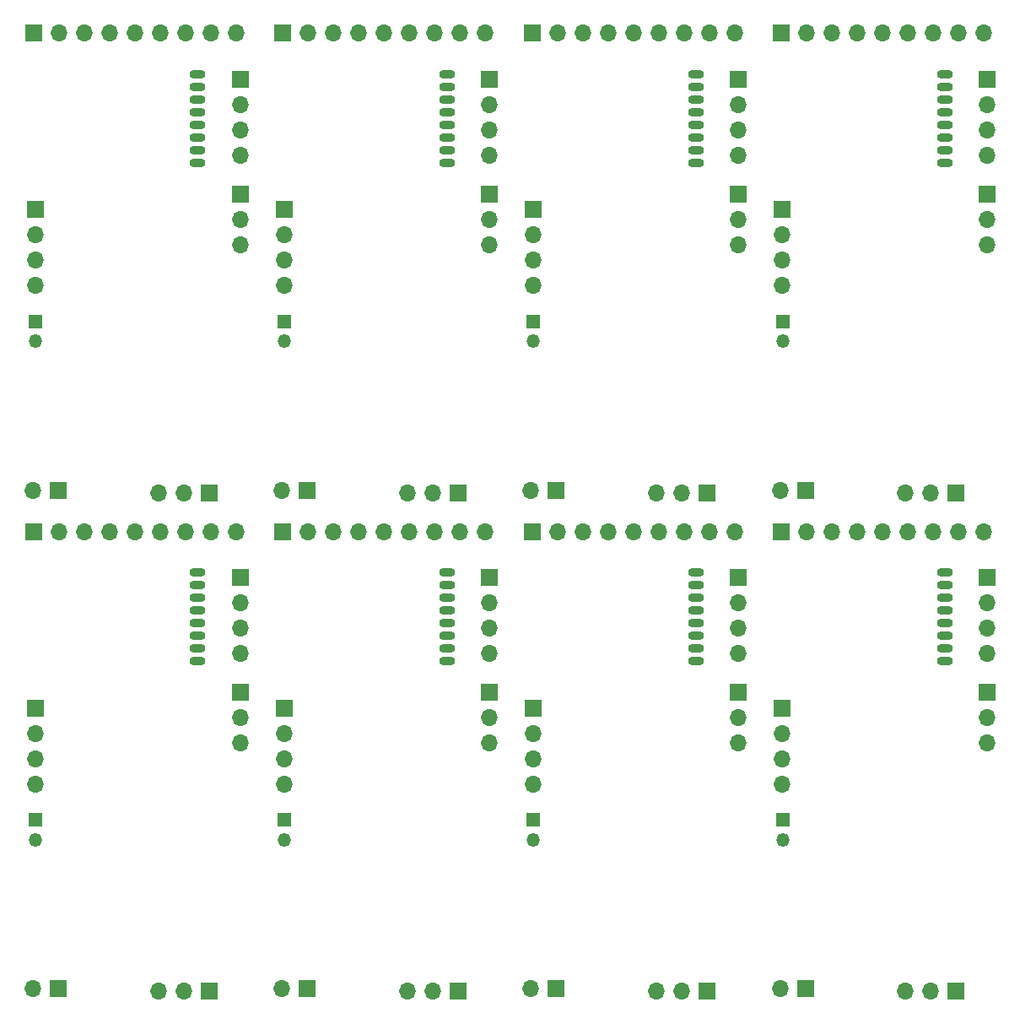
<source format=gbs>
G04 #@! TF.FileFunction,Soldermask,Bot*
%FSLAX46Y46*%
G04 Gerber Fmt 4.6, Leading zero omitted, Abs format (unit mm)*
G04 Created by KiCad (PCBNEW 4.0.2-stable) date 9/8/2017 10:59:45 PM*
%MOMM*%
G01*
G04 APERTURE LIST*
%ADD10C,0.100000*%
%ADD11O,1.600000X0.900000*%
%ADD12R,1.700000X1.700000*%
%ADD13O,1.700000X1.700000*%
%ADD14R,1.350000X1.350000*%
%ADD15O,1.350000X1.350000*%
G04 APERTURE END LIST*
D10*
D11*
X193682000Y-134119000D03*
X193682000Y-135389000D03*
X193682000Y-136659000D03*
X193682000Y-137929000D03*
X193682000Y-139199000D03*
X193682000Y-140469000D03*
X193682000Y-141739000D03*
X193682000Y-143009000D03*
X168682000Y-134119000D03*
X168682000Y-135389000D03*
X168682000Y-136659000D03*
X168682000Y-137929000D03*
X168682000Y-139199000D03*
X168682000Y-140469000D03*
X168682000Y-141739000D03*
X168682000Y-143009000D03*
X143682000Y-134119000D03*
X143682000Y-135389000D03*
X143682000Y-136659000D03*
X143682000Y-137929000D03*
X143682000Y-139199000D03*
X143682000Y-140469000D03*
X143682000Y-141739000D03*
X143682000Y-143009000D03*
X118682000Y-134119000D03*
X118682000Y-135389000D03*
X118682000Y-136659000D03*
X118682000Y-137929000D03*
X118682000Y-139199000D03*
X118682000Y-140469000D03*
X118682000Y-141739000D03*
X118682000Y-143009000D03*
X193682000Y-84119000D03*
X193682000Y-85389000D03*
X193682000Y-86659000D03*
X193682000Y-87929000D03*
X193682000Y-89199000D03*
X193682000Y-90469000D03*
X193682000Y-91739000D03*
X193682000Y-93009000D03*
X168682000Y-84119000D03*
X168682000Y-85389000D03*
X168682000Y-86659000D03*
X168682000Y-87929000D03*
X168682000Y-89199000D03*
X168682000Y-90469000D03*
X168682000Y-91739000D03*
X168682000Y-93009000D03*
X143682000Y-84119000D03*
X143682000Y-85389000D03*
X143682000Y-86659000D03*
X143682000Y-87929000D03*
X143682000Y-89199000D03*
X143682000Y-90469000D03*
X143682000Y-91739000D03*
X143682000Y-93009000D03*
D12*
X179673600Y-175857200D03*
D13*
X177133600Y-175857200D03*
D12*
X154673600Y-175857200D03*
D13*
X152133600Y-175857200D03*
D12*
X129673600Y-175857200D03*
D13*
X127133600Y-175857200D03*
D12*
X104673600Y-175857200D03*
D13*
X102133600Y-175857200D03*
D12*
X179673600Y-125857200D03*
D13*
X177133600Y-125857200D03*
D12*
X154673600Y-125857200D03*
D13*
X152133600Y-125857200D03*
D12*
X129673600Y-125857200D03*
D13*
X127133600Y-125857200D03*
D12*
X177235000Y-130010000D03*
D13*
X179775000Y-130010000D03*
X182315000Y-130010000D03*
X184855000Y-130010000D03*
X187395000Y-130010000D03*
X189935000Y-130010000D03*
X192475000Y-130010000D03*
X195015000Y-130010000D03*
X197555000Y-130010000D03*
D12*
X152235000Y-130010000D03*
D13*
X154775000Y-130010000D03*
X157315000Y-130010000D03*
X159855000Y-130010000D03*
X162395000Y-130010000D03*
X164935000Y-130010000D03*
X167475000Y-130010000D03*
X170015000Y-130010000D03*
X172555000Y-130010000D03*
D12*
X127235000Y-130010000D03*
D13*
X129775000Y-130010000D03*
X132315000Y-130010000D03*
X134855000Y-130010000D03*
X137395000Y-130010000D03*
X139935000Y-130010000D03*
X142475000Y-130010000D03*
X145015000Y-130010000D03*
X147555000Y-130010000D03*
D12*
X102235000Y-130010000D03*
D13*
X104775000Y-130010000D03*
X107315000Y-130010000D03*
X109855000Y-130010000D03*
X112395000Y-130010000D03*
X114935000Y-130010000D03*
X117475000Y-130010000D03*
X120015000Y-130010000D03*
X122555000Y-130010000D03*
D12*
X177235000Y-80010000D03*
D13*
X179775000Y-80010000D03*
X182315000Y-80010000D03*
X184855000Y-80010000D03*
X187395000Y-80010000D03*
X189935000Y-80010000D03*
X192475000Y-80010000D03*
X195015000Y-80010000D03*
X197555000Y-80010000D03*
D12*
X152235000Y-80010000D03*
D13*
X154775000Y-80010000D03*
X157315000Y-80010000D03*
X159855000Y-80010000D03*
X162395000Y-80010000D03*
X164935000Y-80010000D03*
X167475000Y-80010000D03*
X170015000Y-80010000D03*
X172555000Y-80010000D03*
D12*
X127235000Y-80010000D03*
D13*
X129775000Y-80010000D03*
X132315000Y-80010000D03*
X134855000Y-80010000D03*
X137395000Y-80010000D03*
X139935000Y-80010000D03*
X142475000Y-80010000D03*
X145015000Y-80010000D03*
X147555000Y-80010000D03*
D12*
X197936000Y-134645500D03*
D13*
X197936000Y-137185500D03*
X197936000Y-139725500D03*
X197936000Y-142265500D03*
D12*
X172936000Y-134645500D03*
D13*
X172936000Y-137185500D03*
X172936000Y-139725500D03*
X172936000Y-142265500D03*
D12*
X147936000Y-134645500D03*
D13*
X147936000Y-137185500D03*
X147936000Y-139725500D03*
X147936000Y-142265500D03*
D12*
X122936000Y-134645500D03*
D13*
X122936000Y-137185500D03*
X122936000Y-139725500D03*
X122936000Y-142265500D03*
D12*
X197936000Y-84645500D03*
D13*
X197936000Y-87185500D03*
X197936000Y-89725500D03*
X197936000Y-92265500D03*
D12*
X172936000Y-84645500D03*
D13*
X172936000Y-87185500D03*
X172936000Y-89725500D03*
X172936000Y-92265500D03*
D12*
X147936000Y-84645500D03*
D13*
X147936000Y-87185500D03*
X147936000Y-89725500D03*
X147936000Y-92265500D03*
D12*
X194812000Y-176111200D03*
D13*
X192272000Y-176111200D03*
X189732000Y-176111200D03*
D12*
X169812000Y-176111200D03*
D13*
X167272000Y-176111200D03*
X164732000Y-176111200D03*
D12*
X144812000Y-176111200D03*
D13*
X142272000Y-176111200D03*
X139732000Y-176111200D03*
D12*
X119812000Y-176111200D03*
D13*
X117272000Y-176111200D03*
X114732000Y-176111200D03*
D12*
X194812000Y-126111200D03*
D13*
X192272000Y-126111200D03*
X189732000Y-126111200D03*
D12*
X169812000Y-126111200D03*
D13*
X167272000Y-126111200D03*
X164732000Y-126111200D03*
D12*
X144812000Y-126111200D03*
D13*
X142272000Y-126111200D03*
X139732000Y-126111200D03*
D12*
X197936000Y-146139000D03*
D13*
X197936000Y-148679000D03*
X197936000Y-151219000D03*
D12*
X172936000Y-146139000D03*
D13*
X172936000Y-148679000D03*
X172936000Y-151219000D03*
D12*
X147936000Y-146139000D03*
D13*
X147936000Y-148679000D03*
X147936000Y-151219000D03*
D12*
X122936000Y-146139000D03*
D13*
X122936000Y-148679000D03*
X122936000Y-151219000D03*
D12*
X197936000Y-96139000D03*
D13*
X197936000Y-98679000D03*
X197936000Y-101219000D03*
D12*
X172936000Y-96139000D03*
D13*
X172936000Y-98679000D03*
X172936000Y-101219000D03*
D12*
X147936000Y-96139000D03*
D13*
X147936000Y-98679000D03*
X147936000Y-101219000D03*
D12*
X177362000Y-147726500D03*
D13*
X177362000Y-150266500D03*
X177362000Y-152806500D03*
X177362000Y-155346500D03*
D12*
X152362000Y-147726500D03*
D13*
X152362000Y-150266500D03*
X152362000Y-152806500D03*
X152362000Y-155346500D03*
D12*
X127362000Y-147726500D03*
D13*
X127362000Y-150266500D03*
X127362000Y-152806500D03*
X127362000Y-155346500D03*
D12*
X102362000Y-147726500D03*
D13*
X102362000Y-150266500D03*
X102362000Y-152806500D03*
X102362000Y-155346500D03*
D12*
X177362000Y-97726500D03*
D13*
X177362000Y-100266500D03*
X177362000Y-102806500D03*
X177362000Y-105346500D03*
D12*
X152362000Y-97726500D03*
D13*
X152362000Y-100266500D03*
X152362000Y-102806500D03*
X152362000Y-105346500D03*
D12*
X127362000Y-97726500D03*
D13*
X127362000Y-100266500D03*
X127362000Y-102806500D03*
X127362000Y-105346500D03*
D14*
X177387400Y-158940600D03*
D15*
X177387400Y-160940600D03*
D14*
X152387400Y-158940600D03*
D15*
X152387400Y-160940600D03*
D14*
X127387400Y-158940600D03*
D15*
X127387400Y-160940600D03*
D14*
X102387400Y-158940600D03*
D15*
X102387400Y-160940600D03*
D14*
X177387400Y-108940600D03*
D15*
X177387400Y-110940600D03*
D14*
X152387400Y-108940600D03*
D15*
X152387400Y-110940600D03*
D14*
X127387400Y-108940600D03*
D15*
X127387400Y-110940600D03*
D12*
X102362000Y-97726500D03*
D13*
X102362000Y-100266500D03*
X102362000Y-102806500D03*
X102362000Y-105346500D03*
D12*
X104673600Y-125857200D03*
D13*
X102133600Y-125857200D03*
D12*
X119812000Y-126111200D03*
D13*
X117272000Y-126111200D03*
X114732000Y-126111200D03*
D12*
X122936000Y-96139000D03*
D13*
X122936000Y-98679000D03*
X122936000Y-101219000D03*
D11*
X118682000Y-84119000D03*
X118682000Y-85389000D03*
X118682000Y-86659000D03*
X118682000Y-87929000D03*
X118682000Y-89199000D03*
X118682000Y-90469000D03*
X118682000Y-91739000D03*
X118682000Y-93009000D03*
D12*
X102235000Y-80010000D03*
D13*
X104775000Y-80010000D03*
X107315000Y-80010000D03*
X109855000Y-80010000D03*
X112395000Y-80010000D03*
X114935000Y-80010000D03*
X117475000Y-80010000D03*
X120015000Y-80010000D03*
X122555000Y-80010000D03*
D12*
X122936000Y-84645500D03*
D13*
X122936000Y-87185500D03*
X122936000Y-89725500D03*
X122936000Y-92265500D03*
D14*
X102387400Y-108940600D03*
D15*
X102387400Y-110940600D03*
M02*

</source>
